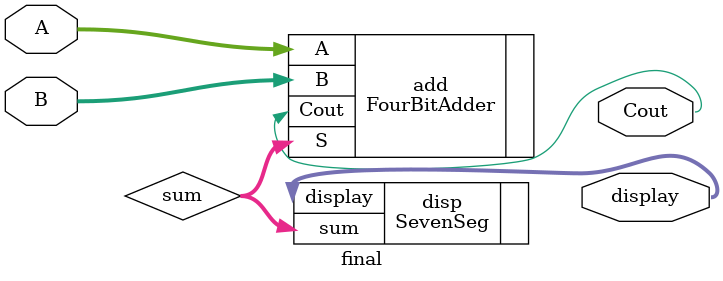
<source format=v>
`timescale 1ns / 1ps


module final(A, B, Cout, display);
input[3:0] A, B;
output Cout;
output[6:0] display;

wire [3:0] sum;





FourBitAdder add(.A(A), .B(B), .S(sum), .Cout(Cout));

SevenSeg disp(.sum(sum), .display(display));

endmodule




    
    



</source>
